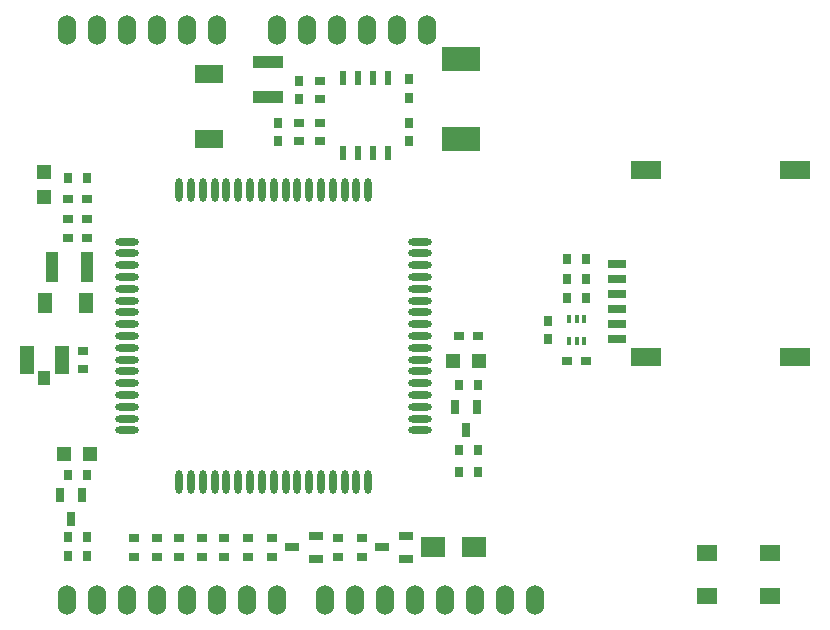
<source format=gts>
G04 #@! TF.GenerationSoftware,KiCad,Pcbnew,no-vcs-found-7688~57~ubuntu16.04.1*
G04 #@! TF.CreationDate,2017-03-02T14:26:04+07:00*
G04 #@! TF.ProjectId,cellular,63656C6C756C61722E6B696361645F70,rev?*
G04 #@! TF.FileFunction,Soldermask,Top*
G04 #@! TF.FilePolarity,Negative*
%FSLAX46Y46*%
G04 Gerber Fmt 4.6, Leading zero omitted, Abs format (unit mm)*
G04 Created by KiCad (PCBNEW no-vcs-found-7688~57~ubuntu16.04.1) date Thu Mar  2 14:26:04 2017*
%MOMM*%
%LPD*%
G01*
G04 APERTURE LIST*
%ADD10C,0.100000*%
%ADD11O,1.524000X2.540000*%
%ADD12R,0.800100X1.200000*%
%ADD13R,1.190000X2.340000*%
%ADD14R,1.140000X1.190000*%
%ADD15R,2.500000X1.000000*%
%ADD16R,0.750000X0.900000*%
%ADD17R,0.900000X0.750000*%
%ADD18R,1.000000X2.500000*%
%ADD19R,3.197860X1.998980*%
%ADD20R,1.200000X1.200000*%
%ADD21R,2.400000X1.500000*%
%ADD22R,1.200000X0.800100*%
%ADD23R,0.900000X0.800000*%
%ADD24R,0.800000X0.900000*%
%ADD25R,0.508000X1.143000*%
%ADD26R,0.400000X0.650000*%
%ADD27R,2.100580X1.699260*%
%ADD28R,1.300000X1.700000*%
%ADD29O,0.600000X2.000000*%
%ADD30O,2.000000X0.600000*%
%ADD31R,2.600000X1.550000*%
%ADD32R,1.500000X0.750000*%
%ADD33R,1.700000X1.350000*%
G04 APERTURE END LIST*
D10*
D11*
X103505000Y-95250000D03*
X106045000Y-95250000D03*
X108585000Y-95250000D03*
X116205000Y-95250000D03*
X113665000Y-95250000D03*
X111125000Y-95250000D03*
X121285000Y-95250000D03*
X123825000Y-95250000D03*
X126365000Y-95250000D03*
X131445000Y-95250000D03*
X133985000Y-95250000D03*
X103505000Y-143510000D03*
X106045000Y-143510000D03*
X108585000Y-143510000D03*
X111125000Y-143510000D03*
X113665000Y-143510000D03*
X116205000Y-143510000D03*
X118745000Y-143510000D03*
X121285000Y-143510000D03*
X125349000Y-143510000D03*
X127889000Y-143510000D03*
X130429000Y-143510000D03*
X132969000Y-143510000D03*
X135509000Y-143510000D03*
X138049000Y-143510000D03*
X140589000Y-143510000D03*
X143129000Y-143510000D03*
X128905000Y-95250000D03*
D12*
X103886000Y-136636000D03*
X102936000Y-134636000D03*
X104836000Y-134636000D03*
D13*
X100125000Y-123190000D03*
X103075000Y-123190000D03*
D14*
X101600000Y-124715000D03*
D15*
X120523000Y-97941000D03*
X120523000Y-100941000D03*
D16*
X132461000Y-104685999D03*
X132461000Y-103086001D03*
X121412000Y-103086001D03*
X121412000Y-104685999D03*
X132461000Y-101002999D03*
X132461000Y-99403001D03*
X123190000Y-99530001D03*
X123190000Y-101129999D03*
X144272000Y-121449999D03*
X144272000Y-119850001D03*
D17*
X147484999Y-123317000D03*
X145885001Y-123317000D03*
D18*
X102259000Y-115316000D03*
X105259000Y-115316000D03*
D17*
X105193999Y-112903000D03*
X103594001Y-112903000D03*
X103594001Y-111252000D03*
X105193999Y-111252000D03*
X103594001Y-109601000D03*
X105193999Y-109601000D03*
D19*
X136906000Y-104490520D03*
X136906000Y-97693480D03*
D20*
X101600000Y-107231000D03*
X101600000Y-109431000D03*
X103294000Y-131191000D03*
X105494000Y-131191000D03*
D21*
X115570000Y-104477000D03*
X115570000Y-98977000D03*
D22*
X124571000Y-140015000D03*
X124571000Y-138115000D03*
X122571000Y-139065000D03*
D23*
X123190000Y-104685999D03*
X123190000Y-103086001D03*
X124968000Y-101129999D03*
X124968000Y-99530001D03*
X124968000Y-104685999D03*
X124968000Y-103086001D03*
D24*
X105193999Y-107823000D03*
X103594001Y-107823000D03*
X145885001Y-117983000D03*
X147484999Y-117983000D03*
X147484999Y-114681000D03*
X145885001Y-114681000D03*
X145885001Y-116332000D03*
X147484999Y-116332000D03*
D23*
X118872000Y-138265001D03*
X118872000Y-139864999D03*
D24*
X103594001Y-138176000D03*
X105193999Y-138176000D03*
D23*
X104902000Y-122390001D03*
X104902000Y-123989999D03*
X120904000Y-138265001D03*
X120904000Y-139864999D03*
D24*
X105193999Y-139827000D03*
X103594001Y-139827000D03*
X103594001Y-132969000D03*
X105193999Y-132969000D03*
D25*
X130683000Y-99314000D03*
X129413000Y-99314000D03*
X128143000Y-99314000D03*
X126873000Y-99314000D03*
X126873000Y-105664000D03*
X128143000Y-105664000D03*
X129413000Y-105664000D03*
X130683000Y-105664000D03*
D26*
X146035000Y-121600000D03*
X147335000Y-121600000D03*
X146685000Y-119700000D03*
X146685000Y-121600000D03*
X147335000Y-119700000D03*
X146035000Y-119700000D03*
D17*
X138340999Y-121158000D03*
X136741001Y-121158000D03*
D27*
X138000740Y-139065000D03*
X134541260Y-139065000D03*
D20*
X138387000Y-123317000D03*
X136187000Y-123317000D03*
D22*
X132191000Y-140015000D03*
X132191000Y-138115000D03*
X130191000Y-139065000D03*
D12*
X138237000Y-127143000D03*
X136337000Y-127143000D03*
X137287000Y-129143000D03*
D23*
X111125000Y-139864999D03*
X111125000Y-138265001D03*
X109220000Y-138265001D03*
X109220000Y-139864999D03*
X116840000Y-138265001D03*
X116840000Y-139864999D03*
X114935000Y-138265001D03*
X114935000Y-139864999D03*
X113030000Y-139864999D03*
X113030000Y-138265001D03*
X126492000Y-139864999D03*
X126492000Y-138265001D03*
X128524000Y-139864999D03*
X128524000Y-138265001D03*
D24*
X138340999Y-132715000D03*
X136741001Y-132715000D03*
X136741001Y-130810000D03*
X138340999Y-130810000D03*
X138340999Y-125349000D03*
X136741001Y-125349000D03*
D28*
X101628000Y-118364000D03*
X105128000Y-118364000D03*
D29*
X113031000Y-133558000D03*
X114031000Y-133558000D03*
X115031000Y-133558000D03*
X116031000Y-133558000D03*
X117031000Y-133558000D03*
X118031000Y-133558000D03*
X119031000Y-133558000D03*
X120031000Y-133558000D03*
X121031000Y-133558000D03*
X122031000Y-133558000D03*
X123031000Y-133558000D03*
X124031000Y-133558000D03*
X125031000Y-133558000D03*
X126031000Y-133558000D03*
X127031000Y-133558000D03*
X128031000Y-133558000D03*
X129031000Y-133558000D03*
D30*
X133431000Y-129158000D03*
X133431000Y-128158000D03*
X133431000Y-127158000D03*
X133431000Y-126158000D03*
X133431000Y-125158000D03*
X133431000Y-124158000D03*
X133431000Y-123158000D03*
X133431000Y-122158000D03*
X133431000Y-121158000D03*
X133431000Y-120158000D03*
X133431000Y-119158000D03*
X133431000Y-118158000D03*
X133431000Y-117158000D03*
X133431000Y-116158000D03*
X133431000Y-115158000D03*
X133431000Y-114158000D03*
X133431000Y-113158000D03*
D29*
X129031000Y-108758000D03*
X128031000Y-108758000D03*
X127031000Y-108758000D03*
X126031000Y-108758000D03*
X125031000Y-108758000D03*
X124031000Y-108758000D03*
X123031000Y-108758000D03*
X122031000Y-108758000D03*
X121031000Y-108758000D03*
X120031000Y-108758000D03*
X119031000Y-108758000D03*
X118031000Y-108758000D03*
X117031000Y-108758000D03*
X116031000Y-108758000D03*
X115031000Y-108758000D03*
X114031000Y-108758000D03*
X113031000Y-108758000D03*
D30*
X108631000Y-113158000D03*
X108631000Y-114158000D03*
X108631000Y-115158000D03*
X108631000Y-116158000D03*
X108631000Y-117158000D03*
X108631000Y-118158000D03*
X108631000Y-119158000D03*
X108631000Y-120158000D03*
X108631000Y-121158000D03*
X108631000Y-122158000D03*
X108631000Y-123158000D03*
X108631000Y-124158000D03*
X108631000Y-125158000D03*
X108631000Y-126158000D03*
X108631000Y-127158000D03*
X108631000Y-128158000D03*
X108631000Y-129158000D03*
D31*
X165207000Y-122936000D03*
X165207000Y-107136000D03*
X152527000Y-107136000D03*
X152527000Y-122936000D03*
D32*
X150077000Y-121376000D03*
X150077000Y-120106000D03*
X150077000Y-118836000D03*
X150077000Y-117566000D03*
X150077000Y-116296000D03*
X150077000Y-115026000D03*
D33*
X163068000Y-143151000D03*
X163068000Y-139551000D03*
X157734000Y-139551000D03*
X157734000Y-143151000D03*
M02*

</source>
